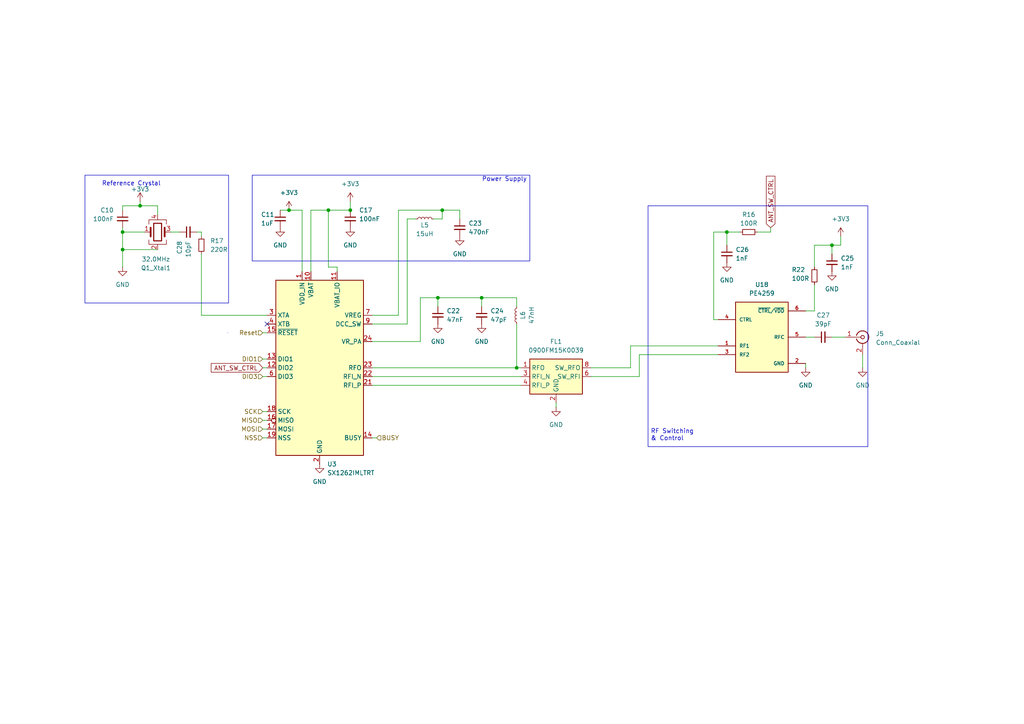
<source format=kicad_sch>
(kicad_sch (version 20231120) (generator "eeschema") (generator_version "8.0")
  (paper "A4")
  (lib_symbols
    (symbol "Connector:Conn_Coaxial" (pin_names (offset 1.016) hide)
      (property "Reference" "J" (at 0.254 3.048 0))
      (property "Value" "Conn_Coaxial" (at 2.921 0 90))
      (symbol "Conn_Coaxial_0_1"
        (arc (start -1.778 -0.508) (mid 0.2311 -1.8066) (end 1.778 0) (stroke (width 0.254)))
        (polyline (pts (xy -2.54 0) (xy -0.508 0)))
        (polyline (pts (xy 0 -2.54) (xy 0 -1.778)))
        (circle (center 0 0) (radius 0.508) (stroke (width 0.2032)))
        (arc (start 1.778 0) (mid 0.2099 1.8101) (end -1.778 0.508) (stroke (width 0.254)))
      )
      (symbol "Conn_Coaxial_1_1"
        (pin passive line (at -5.08 0 0) (length 2.54) (name "In") (number "1"))
        (pin passive line (at 0 -5.08 90) (length 2.54) (name "Ext") (number "2"))
      )
    )
    (symbol "Device:C_Small" (pin_numbers hide) (pin_names (offset 0.254) hide)
      (property "Reference" "C" (at 0.254 1.778 0))
      (property "Value" "C_Small" (at 0.254 -2.032 0))
      (symbol "C_Small_0_1"
        (polyline (pts (xy -1.524 -0.508) (xy 1.524 -0.508)) (stroke (width 0.3302)))
        (polyline (pts (xy -1.524 0.508) (xy 1.524 0.508)) (stroke (width 0.3048)))
      )
      (symbol "C_Small_1_1"
        (pin passive line (at 0 2.54 270) (length 2.032) (name "~") (number "1"))
        (pin passive line (at 0 -2.54 90) (length 2.032) (name "~") (number "2"))
      )
    )
    (symbol "Device:Crystal_GND24" (pin_names (offset 1.016) hide)
      (property "Reference" "Y" (at 3.175 5.08 0))
      (property "Value" "Crystal_GND24" (at 3.175 3.175 0))
      (symbol "Crystal_GND24_0_1"
        (rectangle (start -1.143 2.54) (end 1.143 -2.54) (stroke (width 0.3048)))
        (polyline (pts (xy -2.54 0) (xy -2.032 0)))
        (polyline (pts (xy -2.032 -1.27) (xy -2.032 1.27)) (stroke (width 0.508)))
        (polyline (pts (xy 0 -3.81) (xy 0 -3.556)))
        (polyline (pts (xy 0 3.556) (xy 0 3.81)))
        (polyline (pts (xy 2.032 -1.27) (xy 2.032 1.27)) (stroke (width 0.508)))
        (polyline (pts (xy 2.032 0) (xy 2.54 0)))
        (polyline (pts (xy -2.54 -2.286) (xy -2.54 -3.556) (xy 2.54 -3.556) (xy 2.54 -2.286)))
        (polyline (pts (xy -2.54 2.286) (xy -2.54 3.556) (xy 2.54 3.556) (xy 2.54 2.286)))
      )
      (symbol "Crystal_GND24_1_1"
        (pin passive line (at -3.81 0 0) (length 1.27) (name "1") (number "1"))
        (pin passive line (at 0 5.08 270) (length 1.27) (name "2") (number "2"))
        (pin passive line (at 3.81 0 180) (length 1.27) (name "3") (number "3"))
        (pin passive line (at 0 -5.08 90) (length 1.27) (name "4") (number "4"))
      )
    )
    (symbol "Device:L_Small" (pin_numbers hide) (pin_names (offset 0.254) hide)
      (property "Reference" "L" (at 0.762 1.016 0))
      (property "Value" "L_Small" (at 0.762 -1.016 0))
      (symbol "L_Small_0_1"
        (arc (start 0 -2.032) (mid 0.5058 -1.524) (end 0 -1.016))
        (arc (start 0 -1.016) (mid 0.5058 -0.508) (end 0 0))
        (arc (start 0 0) (mid 0.5058 0.508) (end 0 1.016))
        (arc (start 0 1.016) (mid 0.5058 1.524) (end 0 2.032))
      )
      (symbol "L_Small_1_1"
        (pin passive line (at 0 2.54 270) (length 0.508) (name "~") (number "1"))
        (pin passive line (at 0 -2.54 90) (length 0.508) (name "~") (number "2"))
      )
    )
    (symbol "Device:R_Small" (pin_numbers hide) (pin_names (offset 0.254) hide)
      (property "Reference" "R" (at 0.762 0.508 0))
      (property "Value" "R_Small" (at 0.762 -1.016 0))
      (symbol "R_Small_0_1"
        (rectangle (start -0.762 1.778) (end 0.762 -1.778) (stroke (width 0.2032)))
      )
      (symbol "R_Small_1_1"
        (pin passive line (at 0 2.54 270) (length 0.762) (name "~") (number "1"))
        (pin passive line (at 0 -2.54 90) (length 0.762) (name "~") (number "2"))
      )
    )
    (symbol "Filter:0900FM15K0039"
      (property "Reference" "FL" (at -6.35 -6.35 0))
      (property "Value" "0900FM15K0039" (at 0 6.35 0))
      (symbol "0900FM15K0039_0_0"
        (pin passive line (at -10.16 2.54 0) (length 2.54) (name "RFO") (number "1"))
        (pin passive line (at 0 -7.62 90) (length 2.54) hide (name "GND") (number "10"))
        (pin power_in line (at 0 -7.62 90) (length 2.54) (name "GND") (number "2"))
        (pin passive line (at -10.16 0 0) (length 2.54) (name "RFI_N") (number "3"))
        (pin passive line (at -10.16 -2.54 0) (length 2.54) (name "RFI_P") (number "4"))
        (pin passive line (at 0 -7.62 90) (length 2.54) hide (name "GND") (number "5"))
        (pin passive line (at 10.16 0 180) (length 2.54) (name "SW_RFI") (number "6"))
        (pin passive line (at 0 -7.62 90) (length 2.54) hide (name "GND") (number "7"))
        (pin passive line (at 10.16 2.54 180) (length 2.54) (name "SW_RFO") (number "8"))
        (pin passive line (at 0 -7.62 90) (length 2.54) hide (name "GND") (number "9"))
      )
      (symbol "0900FM15K0039_0_1"
        (rectangle (start -7.62 5.08) (end 7.62 -5.08) (stroke (width 0.254)) (fill (type background)))
      )
    )
    (symbol "PE4259:PE4259" (pin_names (offset 1.016))
      (property "Reference" "U18" (at 0 15.24 0))
      (property "Value" "PE4259" (at 0 12.7 0))
      (symbol "PE4259_0_0"
        (rectangle (start -7.62 -10.16) (end 7.62 10.16) (stroke (width 0.254)) (fill (type background)))
        (pin passive line (at -12.7 -2.54 0) (length 5.08) (name "RF1") (number "1"))
        (pin power_in line (at 12.7 -7.62 180) (length 5.08) (name "GND") (number "2"))
        (pin passive line (at -12.7 -5.08 0) (length 5.08) (name "RF2") (number "3"))
        (pin input line (at -12.7 5.08 0) (length 5.08) (name "CTRL") (number "4"))
        (pin passive line (at 12.7 0 180) (length 5.08) (name "RFC") (number "5"))
        (pin power_in line (at 12.7 7.62 180) (length 5.08) (name "~{CTRL}/~{VDD}") (number "6"))
      )
    )
    (symbol "RF:SX1262IMLTRT"
      (property "Reference" "U" (at 13.97 24.13 0))
      (property "Value" "SX1262IMLTRT" (at 13.97 21.59 0))
      (symbol "SX1262IMLTRT_0_1"
        (rectangle (start -12.7 25.4) (end 12.7 -25.4) (stroke (width 0.254)) (fill (type background)))
      )
      (symbol "SX1262IMLTRT_1_1"
        (pin power_in line (at -5.08 27.94 270) (length 2.54) (name "VDD_IN") (number "1"))
        (pin power_in line (at -2.54 27.94 270) (length 2.54) (name "VBAT") (number "10"))
        (pin power_in line (at 5.08 27.94 270) (length 2.54) (name "VBAT_IO") (number "11"))
        (pin bidirectional line (at -15.24 0 0) (length 2.54) (name "DIO2") (number "12"))
        (pin bidirectional line (at -15.24 2.54 0) (length 2.54) (name "DIO1") (number "13"))
        (pin output line (at 15.24 -20.32 180) (length 2.54) (name "BUSY") (number "14"))
        (pin input line (at -15.24 10.16 0) (length 2.54) (name "~{RESET}") (number "15"))
        (pin tri_state inverted (at -15.24 -15.24 0) (length 2.54) (name "MISO") (number "16"))
        (pin input line (at -15.24 -17.78 0) (length 2.54) (name "MOSI") (number "17"))
        (pin input line (at -15.24 -12.7 0) (length 2.54) (name "SCK") (number "18"))
        (pin input line (at -15.24 -20.32 0) (length 2.54) (name "NSS") (number "19"))
        (pin power_in line (at 0 -27.94 90) (length 2.54) (name "GND") (number "2"))
        (pin passive line (at 0 -27.94 90) (length 2.54) hide (name "GND") (number "20"))
        (pin input line (at 15.24 -5.08 180) (length 2.54) (name "RFI_P") (number "21"))
        (pin input line (at 15.24 -2.54 180) (length 2.54) (name "RFI_N") (number "22"))
        (pin output line (at 15.24 0 180) (length 2.54) (name "RFO") (number "23"))
        (pin power_out line (at 15.24 7.62 180) (length 2.54) (name "VR_PA") (number "24"))
        (pin passive line (at 0 -27.94 90) (length 2.54) hide (name "GND") (number "25"))
        (pin bidirectional line (at -15.24 15.24 0) (length 2.54) (name "XTA") (number "3"))
        (pin bidirectional line (at -15.24 12.7 0) (length 2.54) (name "XTB") (number "4"))
        (pin passive line (at 0 -27.94 90) (length 2.54) hide (name "GND") (number "5"))
        (pin bidirectional line (at -15.24 -2.54 0) (length 2.54) (name "DIO3") (number "6"))
        (pin power_out line (at 15.24 15.24 180) (length 2.54) (name "VREG") (number "7"))
        (pin passive line (at 0 -27.94 90) (length 2.54) hide (name "GND") (number "8"))
        (pin power_out line (at 15.24 12.7 180) (length 2.54) (name "DCC_SW") (number "9"))
      )
    )
    (symbol "power:+3V3" (power) (pin_numbers hide) (pin_names (offset 0) hide)
      (property "Value" "+3V3" (at 0 3.556 0))
      (symbol "+3V3_0_1"
        (polyline (pts (xy -0.762 1.27) (xy 0 2.54)))
        (polyline (pts (xy 0 0) (xy 0 2.54)))
        (polyline (pts (xy 0 2.54) (xy 0.762 1.27)))
      )
      (symbol "+3V3_1_1"
        (pin power_in line (at 0 0 90) (length 0) (name "~") (number "1"))
      )
    )
    (symbol "power:GND" (power) (pin_numbers hide) (pin_names (offset 0) hide)
      (property "Value" "GND" (at 0 -3.81 0))
      (symbol "GND_0_1"
        (polyline (pts (xy 0 0) (xy 0 -1.27) (xy 1.27 -1.27) (xy 0 -2.54) (xy -1.27 -1.27) (xy 0 -1.27)))
      )
      (symbol "GND_1_1"
        (pin power_in line (at 0 0 270) (length 0) (name "~") (number "1"))
      )
    )
  )
  (junction (at 95.25 60.96))
  (junction (at 83.82 60.96))
  (junction (at 210.82 67.31))
  (junction (at 127 86.36))
  (junction (at 128.27 60.96))
  (junction (at 241.3 71.12))
  (junction (at 149.86 106.68))
  (junction (at 101.6 60.96))
  (junction (at 35.56 72.39))
  (junction (at 139.7 86.36))
  (junction (at 40.64 59.69))
  (junction (at 35.56 67.31))
  (no_connect (at 77.47 93.98))
  (wire (pts (xy 236.22 90.17) (xy 233.68 90.17)))
  (wire (pts (xy 58.42 91.44) (xy 77.47 91.44)))
  (wire (pts (xy 161.29 116.84) (xy 161.29 118.11)))
  (wire (pts (xy 76.2 124.46) (xy 77.47 124.46)))
  (wire (pts (xy 35.56 67.31) (xy 41.91 67.31)))
  (wire (pts (xy 90.17 60.96) (xy 95.25 60.96)))
  (wire (pts (xy 95.25 60.96) (xy 95.25 77.47)))
  (wire (pts (xy 35.56 59.69) (xy 35.56 60.96)))
  (wire (pts (xy 118.11 93.98) (xy 107.95 93.98)))
  (wire (pts (xy 241.3 97.79) (xy 245.11 97.79)))
  (wire (pts (xy 236.22 82.55) (xy 236.22 90.17)))
  (wire (pts (xy 35.56 67.31) (xy 35.56 72.39)))
  (wire (pts (xy 115.57 60.96) (xy 128.27 60.96)))
  (wire (pts (xy 76.2 121.92) (xy 77.47 121.92)))
  (wire (pts (xy 115.57 60.96) (xy 115.57 91.44)))
  (wire (pts (xy 139.7 86.36) (xy 149.86 86.36)))
  (wire (pts (xy 35.56 66.04) (xy 35.56 67.31)))
  (wire (pts (xy 35.56 59.69) (xy 40.64 59.69)))
  (wire (pts (xy 125.73 63.5) (xy 128.27 63.5)))
  (wire (pts (xy 45.72 59.69) (xy 45.72 62.23)))
  (wire (pts (xy 76.2 104.14) (xy 77.47 104.14)))
  (wire (pts (xy 128.27 60.96) (xy 133.35 60.96)))
  (wire (pts (xy 171.45 106.68) (xy 182.88 106.68)))
  (wire (pts (xy 236.22 71.12) (xy 236.22 77.47)))
  (wire (pts (xy 243.84 68.58) (xy 243.84 71.12)))
  (wire (pts (xy 241.3 71.12) (xy 243.84 71.12)))
  (wire (pts (xy 49.53 67.31) (xy 52.07 67.31)))
  (wire (pts (xy 223.52 66.04) (xy 223.52 67.31)))
  (wire (pts (xy 97.79 78.74) (xy 97.79 77.47)))
  (wire (pts (xy 107.95 109.22) (xy 151.13 109.22)))
  (wire (pts (xy 40.64 58.42) (xy 40.64 59.69)))
  (wire (pts (xy 185.42 102.87) (xy 208.28 102.87)))
  (wire (pts (xy 58.42 73.66) (xy 58.42 91.44)))
  (wire (pts (xy 127 86.36) (xy 139.7 86.36)))
  (wire (pts (xy 107.95 99.06) (xy 121.92 99.06)))
  (wire (pts (xy 97.79 77.47) (xy 95.25 77.47)))
  (wire (pts (xy 210.82 67.31) (xy 210.82 71.12)))
  (wire (pts (xy 223.52 67.31) (xy 219.71 67.31)))
  (wire (pts (xy 76.2 106.68) (xy 77.47 106.68)))
  (wire (pts (xy 76.2 96.52) (xy 77.47 96.52)))
  (wire (pts (xy 133.35 60.96) (xy 133.35 63.5)))
  (wire (pts (xy 118.11 63.5) (xy 120.65 63.5)))
  (wire (pts (xy 151.13 106.68) (xy 149.86 106.68)))
  (wire (pts (xy 207.01 67.31) (xy 207.01 92.71)))
  (wire (pts (xy 233.68 97.79) (xy 236.22 97.79)))
  (wire (pts (xy 58.42 67.31) (xy 58.42 68.58)))
  (wire (pts (xy 81.28 60.96) (xy 83.82 60.96)))
  (wire (pts (xy 250.19 102.87) (xy 250.19 106.68)))
  (wire (pts (xy 57.15 67.31) (xy 58.42 67.31)))
  (wire (pts (xy 87.63 60.96) (xy 87.63 78.74)))
  (wire (pts (xy 185.42 109.22) (xy 185.42 102.87)))
  (wire (pts (xy 127 88.9) (xy 127 86.36)))
  (wire (pts (xy 109.22 127) (xy 107.95 127)))
  (wire (pts (xy 210.82 67.31) (xy 214.63 67.31)))
  (wire (pts (xy 233.68 105.41) (xy 233.68 106.68)))
  (wire (pts (xy 149.86 86.36) (xy 149.86 88.9)))
  (wire (pts (xy 139.7 88.9) (xy 139.7 86.36)))
  (wire (pts (xy 128.27 60.96) (xy 128.27 63.5)))
  (wire (pts (xy 121.92 86.36) (xy 127 86.36)))
  (wire (pts (xy 118.11 63.5) (xy 118.11 93.98)))
  (wire (pts (xy 35.56 72.39) (xy 35.56 77.47)))
  (wire (pts (xy 107.95 111.76) (xy 151.13 111.76)))
  (wire (pts (xy 107.95 106.68) (xy 149.86 106.68)))
  (wire (pts (xy 76.2 119.38) (xy 77.47 119.38)))
  (wire (pts (xy 121.92 99.06) (xy 121.92 86.36)))
  (wire (pts (xy 171.45 109.22) (xy 185.42 109.22)))
  (wire (pts (xy 101.6 58.42) (xy 101.6 60.96)))
  (wire (pts (xy 95.25 60.96) (xy 101.6 60.96)))
  (wire (pts (xy 236.22 71.12) (xy 241.3 71.12)))
  (wire (pts (xy 207.01 92.71) (xy 208.28 92.71)))
  (wire (pts (xy 210.82 67.31) (xy 207.01 67.31)))
  (wire (pts (xy 149.86 93.98) (xy 149.86 106.68)))
  (wire (pts (xy 182.88 106.68) (xy 182.88 100.33)))
  (wire (pts (xy 83.82 60.96) (xy 87.63 60.96)))
  (wire (pts (xy 35.56 72.39) (xy 45.72 72.39)))
  (wire (pts (xy 182.88 100.33) (xy 208.28 100.33)))
  (wire (pts (xy 115.57 91.44) (xy 107.95 91.44)))
  (wire (pts (xy 76.2 109.22) (xy 77.47 109.22)))
  (wire (pts (xy 90.17 60.96) (xy 90.17 78.74)))
  (wire (pts (xy 76.2 127) (xy 77.47 127)))
  (wire (pts (xy 40.64 59.69) (xy 45.72 59.69)))
  (wire (pts (xy 241.3 71.12) (xy 241.3 73.66)))
  (rectangle (start 187.96 59.69) (end 251.714 129.54))
  (rectangle (start 24.638 50.8) (end 66.294 87.884))
  (rectangle (start 73.152 50.8) (end 153.67 75.692))
  (rectangle (start 66.04 96.52) (end 66.04 96.52))
  (text "Reference Crystal" (at 38.1 53.34 0) (effects (font (size 1.27 1.27))))
  (text "RF Switching\n& Control" (at 188.722 126.238 0) (effects (font (size 1.27 1.27)) (justify left)))
  (text "Power Supply" (at 146.304 52.07 0) (effects (font (size 1.27 1.27))))
  (global_label "ANT_SW_CTRL" (shape input) (at 76.2 106.68 180) (property "Intersheetrefs" "${INTERSHEET_REFS}" (effects (hide yes))))
  (global_label "ANT_SW_CTRL" (shape input) (at 223.52 66.04 90) (property "Intersheetrefs" "${INTERSHEET_REFS}" (effects (hide yes))))
  (hierarchical_label "Reset" (shape input) (at 76.2 96.52 180))
  (hierarchical_label "DIO3" (shape input) (at 76.2 109.22 180))
  (hierarchical_label "MOSI" (shape input) (at 76.2 124.46 180))
  (hierarchical_label "NSS" (shape input) (at 76.2 127 180))
  (hierarchical_label "DIO1" (shape input) (at 76.2 104.14 180))
  (hierarchical_label "MISO" (shape input) (at 76.2 121.92 180))
  (hierarchical_label "BUSY" (shape input) (at 109.22 127 0))
  (hierarchical_label "SCK" (shape input) (at 76.2 119.38 180))
  (symbol (lib_id "Connector:Conn_Coaxial") (at 250.19 97.79 0) (unit 1)
    (property "Reference" "J5" (at 254 96.8131 0) (effects (justify left)))
    (property "Value" "Conn_Coaxial" (at 254 99.3531 0) (effects (justify left)))
    (property "Footprint" "Connector_Coaxial:U.FL_Molex_MCRF_73412-0110_Vertical" (effects (hide yes)))
    (property "Datasheet" " ~" (effects (hide yes)))
    (property "Description" "coaxial connector (BNC, SMA, SMB, SMC, Cinch/RCA, LEMO, ...)" (effects (hide yes)))
  )
  (symbol (lib_id "Filter:0900FM15K0039") (at 161.29 109.22 0) (unit 1)
    (property "Reference" "FL1" (at 161.29 99.06 0))
    (property "Value" "0900FM15K0039" (at 161.29 101.6 0))
    (property "Footprint" "RF_Converter:Balun_Johanson_0900FM15K0039" (effects (hide yes)))
    (property "Datasheet" "https://www.johansontechnology.com/datasheets/0900FM15K0039/0900FM15K0039.pdf" (effects (hide yes)))
    (property "Description" "868MHz/915MHz Sub-GHz Impedance Matched Filter integrated passive for Semtech SX1261, SX1262, LLCC68" (effects (hide yes)))
  )
  (symbol (lib_id "Device:C_Small") (at 81.28 63.5 0) (unit 1)
    (property "Reference" "C11" (at 75.692 62.23 0) (effects (justify left)))
    (property "Value" "1uF" (at 75.692 64.77 0) (effects (justify left)))
    (property "Footprint" "Capacitor_SMD:C_0402_1005Metric" (effects (hide yes)))
    (property "Description" "Unpolarized capacitor, small symbol" (effects (hide yes)))
  )
  (symbol (lib_id "power:GND") (at 92.71 134.62 0) (unit 1)
    (property "Reference" "#PWR041" (effects (hide yes)))
    (property "Value" "GND" (at 92.71 139.7 0))
    (property "Description" "Power symbol creates a global label with name \"GND\" , ground" (effects (hide yes)))
  )
  (symbol (lib_id "power:GND") (at 81.28 66.04 0) (unit 1)
    (property "Reference" "#PWR032" (effects (hide yes)))
    (property "Value" "GND" (at 81.28 71.12 0))
    (property "Description" "Power symbol creates a global label with name \"GND\" , ground" (effects (hide yes)))
  )
  (symbol (lib_id "RF:SX1262IMLTRT") (at 92.71 106.68 0) (unit 1)
    (property "Reference" "U3" (at 94.9041 134.62 0) (effects (justify left)))
    (property "Value" "SX1262IMLTRT" (at 94.9041 137.16 0) (effects (justify left)))
    (property "Footprint" "Package_DFN_QFN:QFN-24-1EP_4x4mm_P0.5mm_EP2.6x2.6mm" (effects (hide yes)))
    (property "Datasheet" "https://semtech.file.force.com/sfc/dist/version/download/?oid=00DE0000000JelG&ids=0682R00000IjPWSQA3&d=%2Fa%2F2R000000Un7F%2FyT.fKdAr9ZAo3cJLc4F2cBdUsMftpT2vsOICP7NmvMo" (effects (hide yes)))
    (property "Description" "150 MHz to 960 MHz Low Power Long Range Transceiver, 22dBm output power, spreading factor from 5 to 12, LoRA, QFN-24" (effects (hide yes)))
  )
  (symbol (lib_id "power:+3V3") (at 40.64 58.42 0) (unit 1)
    (property "Reference" "#PWR011" (effects (hide yes)))
    (property "Value" "+3V3" (at 40.64 54.864 0))
    (property "Description" "Power symbol creates a global label with name \"+3V3\"" (effects (hide yes)))
  )
  (symbol (lib_id "Device:C_Small") (at 241.3 76.2 0) (unit 1)
    (property "Reference" "C25" (at 243.84 74.9362 0) (effects (justify left)))
    (property "Value" "1nF" (at 243.84 77.4762 0) (effects (justify left)))
    (property "Footprint" "Capacitor_SMD:C_0402_1005Metric" (effects (hide yes)))
    (property "Description" "Unpolarized capacitor, small symbol" (effects (hide yes)))
  )
  (symbol (lib_id "power:GND") (at 210.82 76.2 0) (unit 1)
    (property "Reference" "#PWR068" (effects (hide yes)))
    (property "Value" "GND" (at 210.82 81.28 0))
    (property "Description" "Power symbol creates a global label with name \"GND\" , ground" (effects (hide yes)))
  )
  (symbol (lib_id "power:GND") (at 233.68 106.68 0) (unit 1)
    (property "Reference" "#PWR065" (effects (hide yes)))
    (property "Value" "GND" (at 233.68 111.76 0))
    (property "Description" "Power symbol creates a global label with name \"GND\" , ground" (effects (hide yes)))
  )
  (symbol (lib_id "power:GND") (at 133.35 68.58 0) (unit 1)
    (property "Reference" "#PWR062" (effects (hide yes)))
    (property "Value" "GND" (at 133.35 73.66 0))
    (property "Description" "Power symbol creates a global label with name \"GND\" , ground" (effects (hide yes)))
  )
  (symbol (lib_id "Device:C_Small") (at 127 91.44 0) (unit 1)
    (property "Reference" "C22" (at 129.54 90.1762 0) (effects (justify left)))
    (property "Value" "47nF" (at 129.54 92.7162 0) (effects (justify left)))
    (property "Footprint" "Capacitor_SMD:C_0402_1005Metric" (effects (hide yes)))
    (property "Description" "Unpolarized capacitor, small symbol" (effects (hide yes)))
  )
  (symbol (lib_id "Device:C_Small") (at 133.35 66.04 0) (unit 1)
    (property "Reference" "C23" (at 135.89 64.7762 0) (effects (justify left)))
    (property "Value" "470nF" (at 135.89 67.3162 0) (effects (justify left)))
    (property "Footprint" "Capacitor_SMD:C_0402_1005Metric" (effects (hide yes)))
    (property "Description" "Unpolarized capacitor, small symbol" (effects (hide yes)))
  )
  (symbol (lib_id "Device:C_Small") (at 139.7 91.44 0) (unit 1)
    (property "Reference" "C24" (at 142.24 90.1762 0) (effects (justify left)))
    (property "Value" "47pF" (at 142.24 92.7162 0) (effects (justify left)))
    (property "Footprint" "Capacitor_SMD:C_0402_1005Metric" (effects (hide yes)))
    (property "Description" "Unpolarized capacitor, small symbol" (effects (hide yes)))
  )
  (symbol (lib_id "power:GND") (at 161.29 118.11 0) (unit 1)
    (property "Reference" "#PWR064" (effects (hide yes)))
    (property "Value" "GND" (at 161.29 123.19 0))
    (property "Description" "Power symbol creates a global label with name \"GND\" , ground" (effects (hide yes)))
  )
  (symbol (lib_id "power:GND") (at 250.19 106.68 0) (unit 1)
    (property "Reference" "#PWR069" (effects (hide yes)))
    (property "Value" "GND" (at 250.19 111.76 0))
    (property "Description" "Power symbol creates a global label with name \"GND\" , ground" (effects (hide yes)))
  )
  (symbol (lib_id "power:GND") (at 241.3 78.74 0) (unit 1)
    (property "Reference" "#PWR066" (effects (hide yes)))
    (property "Value" "GND" (at 241.3 83.82 0))
    (property "Description" "Power symbol creates a global label with name \"GND\" , ground" (effects (hide yes)))
  )
  (symbol (lib_id "power:GND") (at 35.56 77.47 0) (unit 1)
    (property "Reference" "#PWR010" (effects (hide yes)))
    (property "Value" "GND" (at 35.56 82.55 0))
    (property "Description" "Power symbol creates a global label with name \"GND\" , ground" (effects (hide yes)))
  )
  (symbol (lib_id "Device:C_Small") (at 35.56 63.5 0) (mirror y) (unit 1)
    (property "Reference" "C10" (at 33.02 60.96 0) (effects (justify left)))
    (property "Value" "100nF" (at 33.02 63.5 0) (effects (justify left)))
    (property "Footprint" "Capacitor_SMD:C_0402_1005Metric" (effects (hide yes)))
    (property "Description" "Unpolarized capacitor, small symbol" (effects (hide yes)))
  )
  (symbol (lib_id "Device:R_Small") (at 236.22 80.01 180) (unit 1)
    (property "Reference" "R22" (at 229.616 78.232 0) (effects (justify right)))
    (property "Value" "100R" (at 229.616 80.772 0) (effects (justify right)))
    (property "Footprint" "Resistor_SMD:R_0402_1005Metric" (effects (hide yes)))
    (property "Description" "Resistor, small symbol" (effects (hide yes)))
  )
  (symbol (lib_id "Device:Crystal_GND24") (at 45.72 67.31 0) (mirror x) (unit 1)
    (property "Reference" "Q1_Xtal1" (at 45.212 77.724 0))
    (property "Value" "32.0MHz" (at 45.212 75.184 0))
    (property "Footprint" "Crystal:Crystal_SMD_2016-4Pin_2.0x1.6mm" (effects (hide yes)))
    (property "Datasheet" "https://ecsxtal.com/store/pdf/ECS-TXO-20CSMV4.pdf" (effects (hide yes)))
    (property "Description" "Four pin crystal, GND on pins 2 and 4" (effects (hide yes)))
  )
  (symbol (lib_id "power:GND") (at 101.6 66.04 0) (unit 1)
    (property "Reference" "#PWR044" (effects (hide yes)))
    (property "Value" "GND" (at 101.6 71.12 0))
    (property "Description" "Power symbol creates a global label with name \"GND\" , ground" (effects (hide yes)))
  )
  (symbol (lib_id "Device:C_Small") (at 54.61 67.31 90) (mirror x) (unit 1)
    (property "Reference" "C28" (at 52.07 69.85 0) (effects (justify left)))
    (property "Value" "10pF" (at 54.61 69.85 0) (effects (justify left)))
    (property "Footprint" "Capacitor_SMD:C_0402_1005Metric" (effects (hide yes)))
    (property "Description" "Unpolarized capacitor, small symbol" (effects (hide yes)))
  )
  (symbol (lib_id "Device:C_Small") (at 210.82 73.66 0) (unit 1)
    (property "Reference" "C26" (at 213.36 72.3962 0) (effects (justify left)))
    (property "Value" "1nF" (at 213.36 74.9362 0) (effects (justify left)))
    (property "Footprint" "Capacitor_SMD:C_0402_1005Metric" (effects (hide yes)))
    (property "Description" "Unpolarized capacitor, small symbol" (effects (hide yes)))
  )
  (symbol (lib_id "Device:C_Small") (at 238.76 97.79 90) (unit 1)
    (property "Reference" "C27" (at 238.7663 91.44 90))
    (property "Value" "39pF" (at 238.7663 93.98 90))
    (property "Footprint" "Capacitor_SMD:C_0402_1005Metric" (effects (hide yes)))
    (property "Description" "Unpolarized capacitor, small symbol" (effects (hide yes)))
  )
  (symbol (lib_id "Device:R_Small") (at 217.17 67.31 90) (unit 1)
    (property "Reference" "R16" (at 217.17 62.23 90))
    (property "Value" "100R" (at 217.17 64.77 90))
    (property "Footprint" "Resistor_SMD:R_0402_1005Metric" (effects (hide yes)))
    (property "Description" "Resistor, small symbol" (effects (hide yes)))
  )
  (symbol (lib_id "power:+3V3") (at 101.6 58.42 0) (unit 1)
    (property "Reference" "#PWR042" (effects (hide yes)))
    (property "Value" "+3V3" (at 101.6 53.34 0))
    (property "Description" "Power symbol creates a global label with name \"+3V3\"" (effects (hide yes)))
  )
  (symbol (lib_id "power:GND") (at 139.7 93.98 0) (unit 1)
    (property "Reference" "#PWR063" (effects (hide yes)))
    (property "Value" "GND" (at 139.7 99.06 0))
    (property "Description" "Power symbol creates a global label with name \"GND\" , ground" (effects (hide yes)))
  )
  (symbol (lib_id "Device:L_Small") (at 123.19 63.5 90) (unit 1)
    (property "Reference" "L5" (at 123.19 65.278 90))
    (property "Value" "15uH" (at 123.19 67.818 90))
    (property "Footprint" "Inductor_SMD:L_0805_2012Metric_Pad1.05x1.20mm_HandSolder" (effects (hide yes)))
    (property "Description" "Inductor, small symbol" (effects (hide yes)))
  )
  (symbol (lib_id "Device:R_Small") (at 58.42 71.12 180) (unit 1)
    (property "Reference" "R17" (at 60.96 69.8499 0) (effects (justify right)))
    (property "Value" "220R" (at 60.96 72.3899 0) (effects (justify right)))
    (property "Footprint" "Resistor_SMD:R_0402_1005Metric" (effects (hide yes)))
    (property "Description" "Resistor, small symbol" (effects (hide yes)))
  )
  (symbol (lib_id "power:+3V3") (at 83.82 60.96 0) (unit 1)
    (property "Reference" "#PWR033" (effects (hide yes)))
    (property "Value" "+3V3" (at 83.82 55.88 0))
    (property "Description" "Power symbol creates a global label with name \"+3V3\"" (effects (hide yes)))
  )
  (symbol (lib_id "Device:L_Small") (at 149.86 91.44 0) (mirror y) (unit 1)
    (property "Reference" "L6" (at 151.638 91.44 90))
    (property "Value" "47nH" (at 154.178 91.44 90))
    (property "Footprint" "Inductor_SMD:L_0402_1005Metric" (effects (hide yes)))
    (property "Description" "Inductor, small symbol" (effects (hide yes)))
  )
  (symbol (lib_id "Device:C_Small") (at 101.6 63.5 0) (unit 1)
    (property "Reference" "C17" (at 104.14 60.96 0) (effects (justify left)))
    (property "Value" "100nF" (at 104.14 63.5 0) (effects (justify left)))
    (property "Footprint" "Capacitor_SMD:C_0402_1005Metric" (effects (hide yes)))
    (property "Description" "Unpolarized capacitor, small symbol" (effects (hide yes)))
  )
  (symbol (lib_id "PE4259:PE4259") (at 220.98 97.79 0) (unit 1)
    (property "Reference" "U18" (at 220.98 82.55 0))
    (property "Value" "PE4259" (at 220.98 85.09 0))
    (property "Footprint" "PE4259:SC-70-6_PSM" (effects (hide yes)))
    (property "MF" "pSemi" (effects (hide yes)))
    (property "Description_1" "\nRF Switch IC General Purpose SPDT 3 GHz 50Ohm SC-70-6\n" (effects (hide yes)))
    (property "Package" "SOT-363 Peregrine Semiconductor" (effects (hide yes)))
    (property "Price" "None" (effects (hide yes)))
    (property "Check_prices" "https://www.snapeda.com/parts/PE4259/pSemi/view-part/?ref=eda" (effects (hide yes)))
    (property "SnapEDA_Link" "https://www.snapeda.com/parts/PE4259/pSemi/view-part/?ref=snap" (effects (hide yes)))
    (property "MP" "PE4259" (effects (hide yes)))
    (property "Availability" "In Stock" (effects (hide yes)))
    (property "MANUFACTURER" "Peregrine Semiconductor" (effects (hide yes)))
  )
  (symbol (lib_id "power:GND") (at 127 93.98 0) (unit 1)
    (property "Reference" "#PWR052" (effects (hide yes)))
    (property "Value" "GND" (at 127 99.06 0))
    (property "Description" "Power symbol creates a global label with name \"GND\" , ground" (effects (hide yes)))
  )
  (symbol (lib_id "power:+3V3") (at 243.84 68.58 0) (unit 1)
    (property "Reference" "#PWR067" (effects (hide yes)))
    (property "Value" "+3V3" (at 243.84 63.5 0))
    (property "Description" "Power symbol creates a global label with name \"+3V3\"" (effects (hide yes)))
  )
)
</source>
